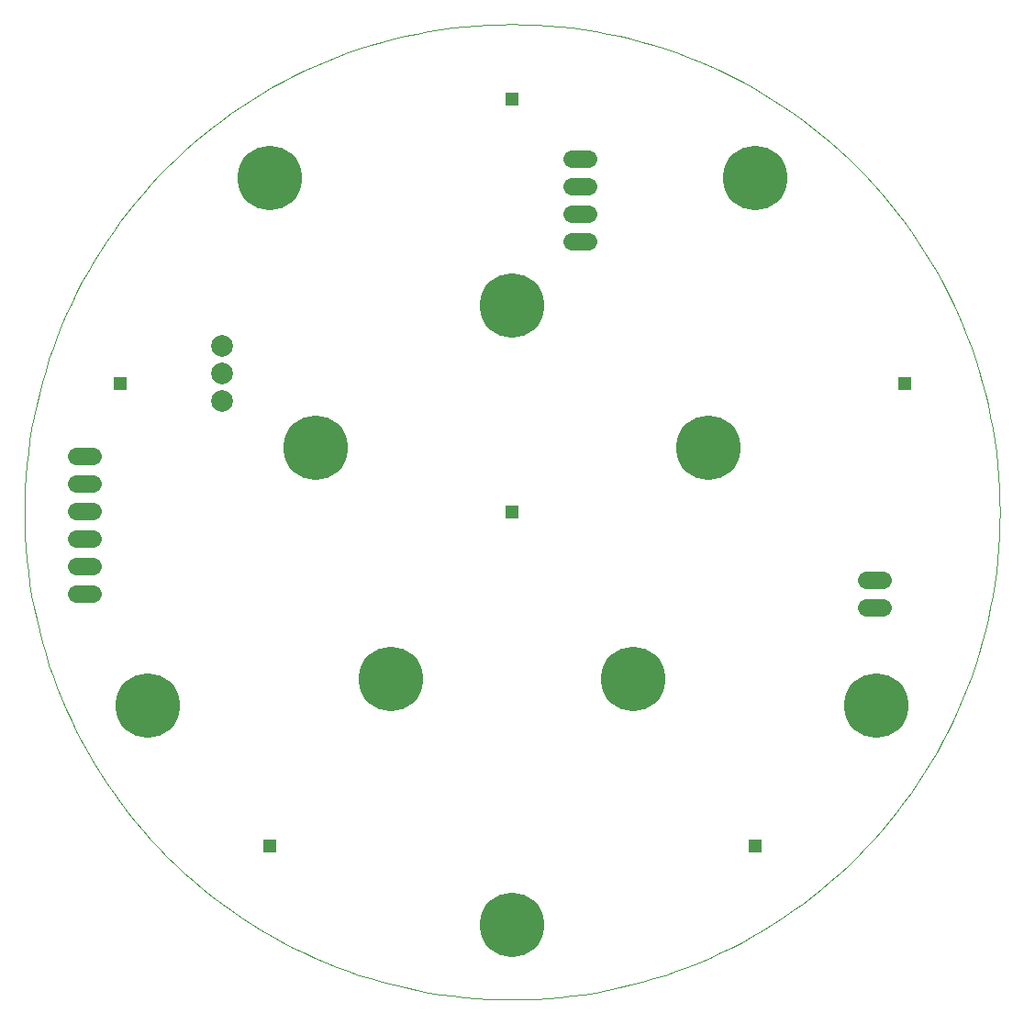
<source format=gbs>
G75*
%MOIN*%
%OFA0B0*%
%FSLAX25Y25*%
%IPPOS*%
%LPD*%
%AMOC8*
5,1,8,0,0,1.08239X$1,22.5*
%
%ADD10C,0.00039*%
%ADD11R,0.04534X0.04534*%
%ADD12C,0.06400*%
%ADD13C,0.07900*%
%ADD14C,0.23400*%
D10*
X0300276Y0192366D02*
X0300329Y0196714D01*
X0300489Y0201059D01*
X0300756Y0205399D01*
X0301129Y0209731D01*
X0301608Y0214053D01*
X0302194Y0218362D01*
X0302884Y0222654D01*
X0303680Y0226929D01*
X0304581Y0231183D01*
X0305585Y0235414D01*
X0306694Y0239618D01*
X0307905Y0243794D01*
X0309218Y0247939D01*
X0310632Y0252051D01*
X0312147Y0256127D01*
X0313762Y0260164D01*
X0315475Y0264161D01*
X0317286Y0268114D01*
X0319193Y0272021D01*
X0321195Y0275881D01*
X0323292Y0279690D01*
X0325482Y0283447D01*
X0327763Y0287149D01*
X0330134Y0290794D01*
X0332594Y0294379D01*
X0335141Y0297903D01*
X0337774Y0301364D01*
X0340491Y0304758D01*
X0343290Y0308085D01*
X0346170Y0311343D01*
X0349130Y0314528D01*
X0352166Y0317641D01*
X0355279Y0320677D01*
X0358464Y0323637D01*
X0361722Y0326517D01*
X0365049Y0329316D01*
X0368443Y0332033D01*
X0371904Y0334666D01*
X0375428Y0337213D01*
X0379013Y0339673D01*
X0382658Y0342044D01*
X0386360Y0344325D01*
X0390117Y0346515D01*
X0393926Y0348612D01*
X0397786Y0350614D01*
X0401693Y0352521D01*
X0405646Y0354332D01*
X0409643Y0356045D01*
X0413680Y0357660D01*
X0417756Y0359175D01*
X0421868Y0360589D01*
X0426013Y0361902D01*
X0430189Y0363113D01*
X0434393Y0364222D01*
X0438624Y0365226D01*
X0442878Y0366127D01*
X0447153Y0366923D01*
X0451445Y0367613D01*
X0455754Y0368199D01*
X0460076Y0368678D01*
X0464408Y0369051D01*
X0468748Y0369318D01*
X0473093Y0369478D01*
X0477441Y0369531D01*
X0481789Y0369478D01*
X0486134Y0369318D01*
X0490474Y0369051D01*
X0494806Y0368678D01*
X0499128Y0368199D01*
X0503437Y0367613D01*
X0507729Y0366923D01*
X0512004Y0366127D01*
X0516258Y0365226D01*
X0520489Y0364222D01*
X0524693Y0363113D01*
X0528869Y0361902D01*
X0533014Y0360589D01*
X0537126Y0359175D01*
X0541202Y0357660D01*
X0545239Y0356045D01*
X0549236Y0354332D01*
X0553189Y0352521D01*
X0557096Y0350614D01*
X0560956Y0348612D01*
X0564765Y0346515D01*
X0568522Y0344325D01*
X0572224Y0342044D01*
X0575869Y0339673D01*
X0579454Y0337213D01*
X0582978Y0334666D01*
X0586439Y0332033D01*
X0589833Y0329316D01*
X0593160Y0326517D01*
X0596418Y0323637D01*
X0599603Y0320677D01*
X0602716Y0317641D01*
X0605752Y0314528D01*
X0608712Y0311343D01*
X0611592Y0308085D01*
X0614391Y0304758D01*
X0617108Y0301364D01*
X0619741Y0297903D01*
X0622288Y0294379D01*
X0624748Y0290794D01*
X0627119Y0287149D01*
X0629400Y0283447D01*
X0631590Y0279690D01*
X0633687Y0275881D01*
X0635689Y0272021D01*
X0637596Y0268114D01*
X0639407Y0264161D01*
X0641120Y0260164D01*
X0642735Y0256127D01*
X0644250Y0252051D01*
X0645664Y0247939D01*
X0646977Y0243794D01*
X0648188Y0239618D01*
X0649297Y0235414D01*
X0650301Y0231183D01*
X0651202Y0226929D01*
X0651998Y0222654D01*
X0652688Y0218362D01*
X0653274Y0214053D01*
X0653753Y0209731D01*
X0654126Y0205399D01*
X0654393Y0201059D01*
X0654553Y0196714D01*
X0654606Y0192366D01*
X0654553Y0188018D01*
X0654393Y0183673D01*
X0654126Y0179333D01*
X0653753Y0175001D01*
X0653274Y0170679D01*
X0652688Y0166370D01*
X0651998Y0162078D01*
X0651202Y0157803D01*
X0650301Y0153549D01*
X0649297Y0149318D01*
X0648188Y0145114D01*
X0646977Y0140938D01*
X0645664Y0136793D01*
X0644250Y0132681D01*
X0642735Y0128605D01*
X0641120Y0124568D01*
X0639407Y0120571D01*
X0637596Y0116618D01*
X0635689Y0112711D01*
X0633687Y0108851D01*
X0631590Y0105042D01*
X0629400Y0101285D01*
X0627119Y0097583D01*
X0624748Y0093938D01*
X0622288Y0090353D01*
X0619741Y0086829D01*
X0617108Y0083368D01*
X0614391Y0079974D01*
X0611592Y0076647D01*
X0608712Y0073389D01*
X0605752Y0070204D01*
X0602716Y0067091D01*
X0599603Y0064055D01*
X0596418Y0061095D01*
X0593160Y0058215D01*
X0589833Y0055416D01*
X0586439Y0052699D01*
X0582978Y0050066D01*
X0579454Y0047519D01*
X0575869Y0045059D01*
X0572224Y0042688D01*
X0568522Y0040407D01*
X0564765Y0038217D01*
X0560956Y0036120D01*
X0557096Y0034118D01*
X0553189Y0032211D01*
X0549236Y0030400D01*
X0545239Y0028687D01*
X0541202Y0027072D01*
X0537126Y0025557D01*
X0533014Y0024143D01*
X0528869Y0022830D01*
X0524693Y0021619D01*
X0520489Y0020510D01*
X0516258Y0019506D01*
X0512004Y0018605D01*
X0507729Y0017809D01*
X0503437Y0017119D01*
X0499128Y0016533D01*
X0494806Y0016054D01*
X0490474Y0015681D01*
X0486134Y0015414D01*
X0481789Y0015254D01*
X0477441Y0015201D01*
X0473093Y0015254D01*
X0468748Y0015414D01*
X0464408Y0015681D01*
X0460076Y0016054D01*
X0455754Y0016533D01*
X0451445Y0017119D01*
X0447153Y0017809D01*
X0442878Y0018605D01*
X0438624Y0019506D01*
X0434393Y0020510D01*
X0430189Y0021619D01*
X0426013Y0022830D01*
X0421868Y0024143D01*
X0417756Y0025557D01*
X0413680Y0027072D01*
X0409643Y0028687D01*
X0405646Y0030400D01*
X0401693Y0032211D01*
X0397786Y0034118D01*
X0393926Y0036120D01*
X0390117Y0038217D01*
X0386360Y0040407D01*
X0382658Y0042688D01*
X0379013Y0045059D01*
X0375428Y0047519D01*
X0371904Y0050066D01*
X0368443Y0052699D01*
X0365049Y0055416D01*
X0361722Y0058215D01*
X0358464Y0061095D01*
X0355279Y0064055D01*
X0352166Y0067091D01*
X0349130Y0070204D01*
X0346170Y0073389D01*
X0343290Y0076647D01*
X0340491Y0079974D01*
X0337774Y0083368D01*
X0335141Y0086829D01*
X0332594Y0090353D01*
X0330134Y0093938D01*
X0327763Y0097583D01*
X0325482Y0101285D01*
X0323292Y0105042D01*
X0321195Y0108851D01*
X0319193Y0112711D01*
X0317286Y0116618D01*
X0315475Y0120571D01*
X0313762Y0124568D01*
X0312147Y0128605D01*
X0310632Y0132681D01*
X0309218Y0136793D01*
X0307905Y0140938D01*
X0306694Y0145114D01*
X0305585Y0149318D01*
X0304581Y0153549D01*
X0303680Y0157803D01*
X0302884Y0162078D01*
X0302194Y0166370D01*
X0301608Y0170679D01*
X0301129Y0175001D01*
X0300756Y0179333D01*
X0300489Y0183673D01*
X0300329Y0188018D01*
X0300276Y0192366D01*
D11*
X0334921Y0238823D03*
X0477441Y0192366D03*
X0565630Y0071106D03*
X0389252Y0071106D03*
X0619961Y0238823D03*
X0477441Y0342366D03*
D12*
X0325000Y0162500D02*
X0319000Y0162500D01*
X0319000Y0172500D02*
X0325000Y0172500D01*
X0325000Y0182500D02*
X0319000Y0182500D01*
X0319000Y0192500D02*
X0325000Y0192500D01*
X0325000Y0202500D02*
X0319000Y0202500D01*
X0319000Y0212500D02*
X0325000Y0212500D01*
X0499000Y0290500D02*
X0505000Y0290500D01*
X0505000Y0300500D02*
X0499000Y0300500D01*
X0499000Y0310500D02*
X0505000Y0310500D01*
X0505000Y0320500D02*
X0499000Y0320500D01*
X0606000Y0167500D02*
X0612000Y0167500D01*
X0612000Y0157500D02*
X0606000Y0157500D01*
D13*
X0372000Y0232500D03*
X0372000Y0242500D03*
X0372000Y0252500D03*
D14*
X0406102Y0215555D03*
X0477441Y0267366D03*
X0548780Y0215555D03*
X0521535Y0131697D03*
X0433346Y0131697D03*
X0345000Y0121933D03*
X0477441Y0042366D03*
X0609882Y0121933D03*
X0565591Y0313705D03*
X0389291Y0313705D03*
M02*

</source>
